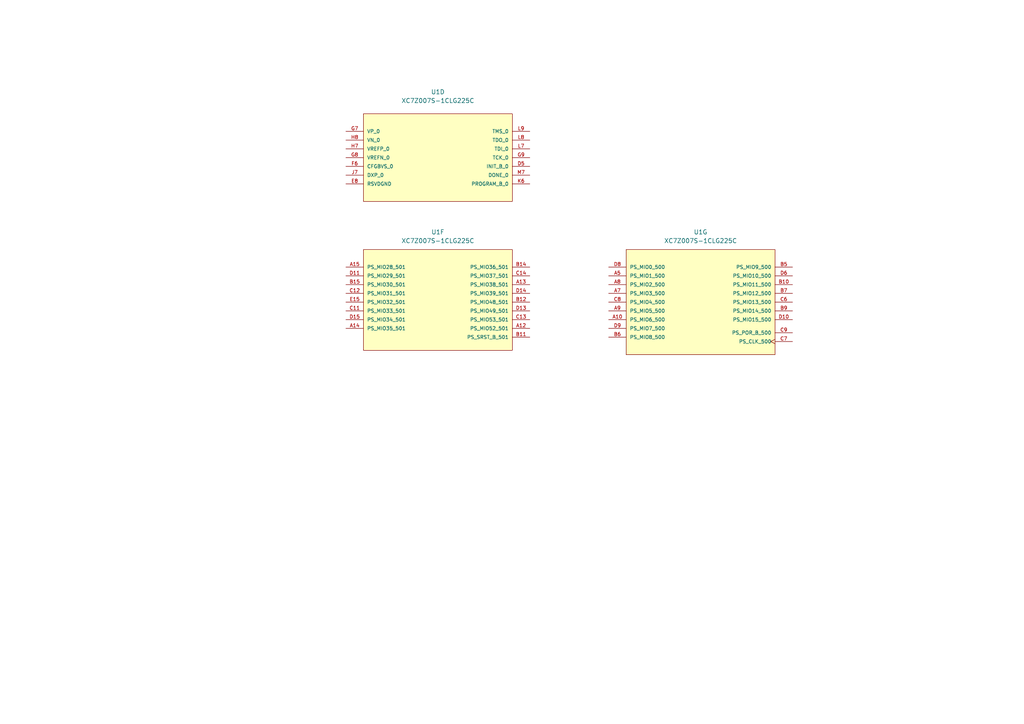
<source format=kicad_sch>
(kicad_sch (version 20231120) (generator "eeschema") (generator_version "8.0")
  (paper "A4")
  (lib_symbols
    (symbol "XC7Z007S-1CLG225C:XC7Z007S-1CLG225C" (pin_names (offset 1.016))
      (property "Reference" "U" (at -20.4724 32.4612 0))
      (property "Value" "XC7Z007S-1CLG225C" (at -10.16 -1.016 0))
      (symbol "XC7Z007S-1CLG225C_1_0"
        (rectangle (start -20.32 30.48) (end 22.86 -27.94) (stroke (width 0.1524)) (fill (type background)))
        (pin power_in line (at 27.94 25.4 180) (length 5.08) (name "VCCO_MIO0_500(1)") (number "A6"))
        (pin power_in line (at 27.94 20.32 180) (length 5.08) (name "VCCO_MIO1_501(1)") (number "B13"))
        (pin power_in line (at 27.94 -12.7 180) (length 5.08) (name "VCCO_DDR_502(1)") (number "B3"))
        (pin power_in line (at 27.94 17.78 180) (length 5.08) (name "VCCO_MIO1_501(2)") (number "C10"))
        (pin power_in line (at 27.94 22.86 180) (length 5.08) (name "VCCO_MIO0_500(2)") (number "D7"))
        (pin power_in line (at -25.4 25.4 0) (length 5.08) (name "VCCINT(1)") (number "E10"))
        (pin power_in line (at 27.94 15.24 180) (length 5.08) (name "VCCO_MIO1_501(3)") (number "E14"))
        (pin power_in line (at 27.94 -15.24 180) (length 5.08) (name "VCCO_DDR_502(2)") (number "E4"))
        (pin power_in line (at -25.4 -25.4 0) (length 5.08) (name "VCCBATT_0") (number "E6"))
        (pin power_in line (at 27.94 -17.78 180) (length 5.08) (name "VCCO_DDR_502(3)") (number "F1"))
        (pin power_in line (at 27.94 -5.08 180) (length 5.08) (name "VCCO_35(1)") (number "F11"))
        (pin power_in line (at -25.4 -7.62 0) (length 5.08) (name "VCCPLL") (number "F5"))
        (pin power_in line (at -25.4 -5.08 0) (length 5.08) (name "VCCADC_0") (number "F7"))
        (pin power_in line (at -25.4 22.86 0) (length 5.08) (name "VCCINT(2)") (number "F9"))
        (pin power_in line (at -25.4 20.32 0) (length 5.08) (name "VCCINT(3)") (number "G10"))
        (pin power_in line (at -25.4 2.54 0) (length 5.08) (name "RSVDVCC1") (number "G4"))
        (pin power_in line (at -25.4 17.78 0) (length 5.08) (name "VCCPINT(1)") (number "G6"))
        (pin power_in line (at 27.94 -7.62 180) (length 5.08) (name "VCCO_35(2)") (number "H15"))
        (pin power_in line (at -25.4 -2.54 0) (length 5.08) (name "RSVDVCC3") (number "H4"))
        (pin power_in line (at -25.4 15.24 0) (length 5.08) (name "VCCPINT(2)") (number "H5"))
        (pin power_in line (at -25.4 -12.7 0) (length 5.08) (name "VCCAUX(1)") (number "H9"))
        (pin power_in line (at -25.4 10.16 0) (length 5.08) (name "VCCINT(4)") (number "J10"))
        (pin power_in line (at 27.94 7.62 180) (length 5.08) (name "VCCO_34(1)") (number "J12"))
        (pin power_in line (at 27.94 -20.32 180) (length 5.08) (name "VCCO_DDR_502(4)") (number "J2"))
        (pin power_in line (at -25.4 0 0) (length 5.08) (name "RSVDVCC2") (number "J4"))
        (pin power_in line (at -25.4 -20.32 0) (length 5.08) (name "VCCPAUX(1)") (number "J6"))
        (pin power_in line (at -25.4 -15.24 0) (length 5.08) (name "VCCAUX(2)") (number "J8"))
        (pin power_in line (at -25.4 12.7 0) (length 5.08) (name "VCCPINT(3)") (number "K5"))
        (pin power_in line (at 27.94 12.7 180) (length 5.08) (name "VCCO_0") (number "K8"))
        (pin power_in line (at -25.4 -17.78 0) (length 5.08) (name "VCCAUX(3)") (number "K9"))
        (pin power_in line (at -25.4 7.62 0) (length 5.08) (name "VCCINT(5)") (number "L10"))
        (pin power_in line (at -25.4 -22.86 0) (length 5.08) (name "VCCPAUX(2)") (number "L6"))
        (pin power_in line (at 27.94 5.08 180) (length 5.08) (name "VCCO_34(2)") (number "M13"))
        (pin power_in line (at 27.94 -22.86 180) (length 5.08) (name "VCCO_DDR_502(5)") (number "M3"))
        (pin power_in line (at 27.94 2.54 180) (length 5.08) (name "VCCO_34(3)") (number "N10"))
        (pin power_in line (at 27.94 0 180) (length 5.08) (name "VCCO_34(4)") (number "P7"))
        (pin power_in line (at 27.94 -2.54 180) (length 5.08) (name "VCCO_34(5)") (number "R14"))
        (pin power_in line (at 27.94 -25.4 180) (length 5.08) (name "VCCO_DDR_502(6)") (number "R4"))
      )
      (symbol "XC7Z007S-1CLG225C_2_0"
        (rectangle (start -15.24 -20.32) (end 17.78 22.86) (stroke (width 0.1524)) (fill (type background)))
        (pin power_in line (at -20.32 20.32 0) (length 5.08) (name "GND(1)") (number "A1"))
        (pin power_in line (at -20.32 17.78 0) (length 5.08) (name "GND(2)") (number "A11"))
        (pin power_in line (at -20.32 15.24 0) (length 5.08) (name "GND(3)") (number "B8"))
        (pin power_in line (at -20.32 10.16 0) (length 5.08) (name "GND(5)") (number "C15"))
        (pin power_in line (at -20.32 12.7 0) (length 5.08) (name "GND(4)") (number "C5"))
        (pin power_in line (at -20.32 5.08 0) (length 5.08) (name "GND(7)") (number "D12"))
        (pin power_in line (at -20.32 7.62 0) (length 5.08) (name "GND(6)") (number "D2"))
        (pin power_in line (at -20.32 2.54 0) (length 5.08) (name "GND(8)") (number "E5"))
        (pin power_in line (at -20.32 0 0) (length 5.08) (name "GND(9)") (number "E7"))
        (pin power_in line (at -20.32 -2.54 0) (length 5.08) (name "GND(10)") (number "E9"))
        (pin power_in line (at -20.32 -5.08 0) (length 5.08) (name "GND(11)") (number "F10"))
        (pin power_in line (at 22.86 20.32 180) (length 5.08) (name "GNDADC_0") (number "F8"))
        (pin power_in line (at -20.32 -12.7 0) (length 5.08) (name "GND(14)") (number "G13"))
        (pin power_in line (at -20.32 -7.62 0) (length 5.08) (name "GND(12)") (number "G3"))
        (pin power_in line (at -20.32 -10.16 0) (length 5.08) (name "GND(13)") (number "G5"))
        (pin power_in line (at -20.32 -17.78 0) (length 5.08) (name "GND(16)") (number "H10"))
        (pin power_in line (at -20.32 -15.24 0) (length 5.08) (name "GND(15)") (number "H6"))
        (pin power_in line (at 22.86 -17.78 180) (length 5.08) (name "GND(17)") (number "J5"))
        (pin power_in line (at 22.86 -15.24 180) (length 5.08) (name "GND(18)") (number "J9"))
        (pin power_in line (at 22.86 -7.62 180) (length 5.08) (name "GND(21)") (number "K10"))
        (pin power_in line (at 22.86 -5.08 180) (length 5.08) (name "GND(22)") (number "K14"))
        (pin power_in line (at 22.86 -12.7 180) (length 5.08) (name "GND(19)") (number "K4"))
        (pin power_in line (at 22.86 -10.16 180) (length 5.08) (name "GND(20)") (number "K7"))
        (pin power_in line (at 22.86 -2.54 180) (length 5.08) (name "GND(23)") (number "L1"))
        (pin power_in line (at 22.86 2.54 180) (length 5.08) (name "GND(25)") (number "L11"))
        (pin power_in line (at 22.86 0 180) (length 5.08) (name "GND(24)") (number "L5"))
        (pin power_in line (at 22.86 5.08 180) (length 5.08) (name "GND(26)") (number "M8"))
        (pin power_in line (at 22.86 10.16 180) (length 5.08) (name "GND(28)") (number "N15"))
        (pin power_in line (at 22.86 7.62 180) (length 5.08) (name "GND(27)") (number "N5"))
        (pin power_in line (at 22.86 15.24 180) (length 5.08) (name "GND(30)") (number "P12"))
        (pin power_in line (at 22.86 12.7 180) (length 5.08) (name "GND(29)") (number "P2"))
        (pin power_in line (at 22.86 17.78 180) (length 5.08) (name "GND(31)") (number "R9"))
      )
      (symbol "XC7Z007S-1CLG225C_3_0"
        (rectangle (start -22.86 38.1) (end 27.94 -46.99) (stroke (width 0.1524)) (fill (type background)))
        (pin bidirectional line (at -27.94 6.35 0) (length 5.08) (name "PS_DDR_DQ1_502") (number "A2"))
        (pin bidirectional line (at -27.94 -8.89 0) (length 5.08) (name "PS_DDR_DQ7_502") (number "A3"))
        (pin bidirectional line (at -27.94 -3.81 0) (length 5.08) (name "PS_DDR_DQ5_502") (number "A4"))
        (pin bidirectional line (at -27.94 17.78 0) (length 5.08) (name "PS_DDR_DM0_502") (number "B1"))
        (pin bidirectional line (at -27.94 30.48 0) (length 5.08) (name "PS_DDR_DQS_N0_502") (number "B2"))
        (pin bidirectional line (at -27.94 -1.27 0) (length 5.08) (name "PS_DDR_DQ4_502") (number "B4"))
        (pin bidirectional line (at -27.94 1.27 0) (length 5.08) (name "PS_DDR_DQ3_502") (number "C1"))
        (pin bidirectional line (at -27.94 33.02 0) (length 5.08) (name "PS_DDR_DQS_P0_502") (number "C2"))
        (pin bidirectional line (at -27.94 -6.35 0) (length 5.08) (name "PS_DDR_DQ6_502") (number "C3"))
        (pin bidirectional line (at -27.94 3.81 0) (length 5.08) (name "PS_DDR_DQ2_502") (number "C4"))
        (pin bidirectional line (at -27.94 -13.97 0) (length 5.08) (name "PS_DDR_DQ9_502") (number "D1"))
        (pin bidirectional line (at -27.94 15.24 0) (length 5.08) (name "PS_DDR_DM1_502") (number "D3"))
        (pin bidirectional line (at -27.94 8.89 0) (length 5.08) (name "PS_DDR_DQ0_502") (number "D4"))
        (pin bidirectional line (at -27.94 -11.43 0) (length 5.08) (name "PS_DDR_DQ8_502") (number "E1"))
        (pin bidirectional line (at -27.94 -16.51 0) (length 5.08) (name "PS_DDR_DQ10_502") (number "E2"))
        (pin bidirectional line (at -27.94 -19.05 0) (length 5.08) (name "PS_DDR_DQ11_502") (number "E3"))
        (pin bidirectional line (at -27.94 25.4 0) (length 5.08) (name "PS_DDR_DQS_N1_502") (number "F2"))
        (pin bidirectional line (at -27.94 -21.59 0) (length 5.08) (name "PS_DDR_DQ12_502") (number "F3"))
        (pin bidirectional line (at -27.94 -35.56 0) (length 5.08) (name "PS_DDR_VREF0_502") (number "F4"))
        (pin bidirectional line (at -27.94 -24.13 0) (length 5.08) (name "PS_DDR_DQ13_502") (number "G1"))
        (pin bidirectional line (at -27.94 27.94 0) (length 5.08) (name "PS_DDR_DQS_P1_502") (number "G2"))
        (pin bidirectional line (at -27.94 -26.67 0) (length 5.08) (name "PS_DDR_DQ14_502") (number "H1"))
        (pin bidirectional line (at -27.94 -29.21 0) (length 5.08) (name "PS_DDR_DQ15_502") (number "H2"))
        (pin bidirectional line (at -27.94 -38.1 0) (length 5.08) (name "PS_DDR_VRP_502") (number "H3"))
        (pin bidirectional line (at 33.02 -15.24 180) (length 5.08) (name "PS_DDR_A10_502") (number "J1"))
        (pin bidirectional line (at -27.94 -40.64 0) (length 5.08) (name "PS_DDR_VRN_502") (number "J3"))
        (pin bidirectional line (at 33.02 -25.4 180) (length 5.08) (name "PS_DDR_A14_502") (number "K1"))
        (pin bidirectional line (at 33.02 -22.86 180) (length 5.08) (name "PS_DDR_A13_502") (number "K2"))
        (pin bidirectional line (at 33.02 -39.37 180) (length 5.08) (name "PS_DDR_ODT_502") (number "K3"))
        (pin bidirectional line (at 33.02 -17.78 180) (length 5.08) (name "PS_DDR_A11_502") (number "L2"))
        (pin bidirectional line (at 33.02 -30.48 180) (length 5.08) (name "PS_DDR_CKE_502") (number "L3"))
        (pin bidirectional line (at 33.02 -41.91 180) (length 5.08) (name "PS_DDR_DRST_B_502") (number "L4"))
        (pin bidirectional line (at 33.02 5.08 180) (length 5.08) (name "PS_DDR_A2_502") (number "M1"))
        (pin bidirectional line (at 33.02 -20.32 180) (length 5.08) (name "PS_DDR_A12_502") (number "M2"))
        (pin bidirectional line (at 33.02 2.54 180) (length 5.08) (name "PS_DDR_A3_502") (number "M4"))
        (pin bidirectional line (at 33.02 -7.62 180) (length 5.08) (name "PS_DDR_A7_502") (number "M5"))
        (pin bidirectional line (at 33.02 20.32 180) (length 5.08) (name "PS_DDR_BA0_502") (number "M6"))
        (pin bidirectional line (at 33.02 7.62 180) (length 5.08) (name "PS_DDR_A1_502") (number "N1"))
        (pin bidirectional line (at 33.02 -33.02 180) (length 5.08) (name "PS_DDR_CKN_502") (number "N2"))
        (pin bidirectional line (at 33.02 -35.56 180) (length 5.08) (name "PS_DDR_CKP_502") (number "N3"))
        (pin bidirectional line (at 33.02 -12.7 180) (length 5.08) (name "PS_DDR_A9_502") (number "N4"))
        (pin bidirectional line (at 33.02 15.24 180) (length 5.08) (name "PS_DDR_BA2_502") (number "N6"))
        (pin bidirectional line (at 33.02 10.16 180) (length 5.08) (name "PS_DDR_A0_502") (number "P1"))
        (pin bidirectional line (at 33.02 0 180) (length 5.08) (name "PS_DDR_A4_502") (number "P3"))
        (pin bidirectional line (at 33.02 -2.54 180) (length 5.08) (name "PS_DDR_A5_502") (number "P4"))
        (pin bidirectional line (at 33.02 -5.08 180) (length 5.08) (name "PS_DDR_A6_502") (number "P5"))
        (pin bidirectional line (at 33.02 -10.16 180) (length 5.08) (name "PS_DDR_A8_502") (number "P6"))
        (pin bidirectional line (at 33.02 17.78 180) (length 5.08) (name "PS_DDR_BA1_502") (number "R1"))
        (pin bidirectional line (at 33.02 25.4 180) (length 5.08) (name "PS_DDR_CS_B_502") (number "R2"))
        (pin bidirectional line (at 33.02 27.94 180) (length 5.08) (name "PS_DDR_WE_B_502") (number "R3"))
        (pin bidirectional line (at 33.02 30.48 180) (length 5.08) (name "PS_DDR_CAS_B_502") (number "R5"))
        (pin bidirectional line (at 33.02 33.02 180) (length 5.08) (name "PS_DDR_RAS_B_502") (number "R6"))
      )
      (symbol "XC7Z007S-1CLG225C_4_0"
        (rectangle (start -22.86 34.29) (end 20.32 8.89) (stroke (width 0.1524)) (fill (type background)))
        (pin bidirectional line (at 25.4 19.05 180) (length 5.08) (name "INIT_B_0") (number "D5"))
        (pin bidirectional line (at -27.94 13.97 0) (length 5.08) (name "RSVDGND") (number "E8"))
        (pin bidirectional line (at -27.94 19.05 0) (length 5.08) (name "CFGBVS_0") (number "F6"))
        (pin bidirectional line (at -27.94 29.21 0) (length 5.08) (name "VP_0") (number "G7"))
        (pin bidirectional line (at -27.94 21.59 0) (length 5.08) (name "VREFN_0") (number "G8"))
        (pin bidirectional line (at 25.4 21.59 180) (length 5.08) (name "TCK_0") (number "G9"))
        (pin bidirectional line (at -27.94 24.13 0) (length 5.08) (name "VREFP_0") (number "H7"))
        (pin bidirectional line (at -27.94 26.67 0) (length 5.08) (name "VN_0") (number "H8"))
        (pin bidirectional line (at -27.94 16.51 0) (length 5.08) (name "DXP_0") (number "J7"))
        (pin bidirectional line (at 25.4 13.97 180) (length 5.08) (name "PROGRAM_B_0") (number "K6"))
        (pin bidirectional line (at 25.4 24.13 180) (length 5.08) (name "TDI_0") (number "L7"))
        (pin bidirectional line (at 25.4 26.67 180) (length 5.08) (name "TDO_0") (number "L8"))
        (pin bidirectional line (at 25.4 29.21 180) (length 5.08) (name "TMS_0") (number "L9"))
        (pin bidirectional line (at 25.4 16.51 180) (length 5.08) (name "DONE_0") (number "M7"))
      )
      (symbol "XC7Z007S-1CLG225C_5_0"
        (rectangle (start -25.4 -40.64) (end 25.4 35.56) (stroke (width 0.1524)) (fill (type background)))
        (pin bidirectional line (at -30.48 30.48 0) (length 5.08) (name "IO_L2P_T0_AD8P_35") (number "E11"))
        (pin bidirectional line (at -30.48 27.94 0) (length 5.08) (name "IO_L2N_T0_AD8N_35") (number "E12"))
        (pin bidirectional line (at -30.48 25.4 0) (length 5.08) (name "IO_L1N_T0_AD0N_35") (number "E13"))
        (pin bidirectional line (at -30.48 22.86 0) (length 5.08) (name "IO_L1P_T0_AD0P_35") (number "F12"))
        (pin bidirectional line (at -30.48 20.32 0) (length 5.08) (name "IO_L3P_T0_DQS_AD1P_35") (number "F13"))
        (pin bidirectional line (at -30.48 17.78 0) (length 5.08) (name "IO_L3N_T0_DQS_AD1N_35") (number "F14"))
        (pin bidirectional line (at -30.48 15.24 0) (length 5.08) (name "IO_L5N_T0_AD9N_35") (number "F15"))
        (pin bidirectional line (at -30.48 5.08 0) (length 5.08) (name "IO_L1P_T0_34") (number "G11"))
        (pin bidirectional line (at -30.48 2.54 0) (length 5.08) (name "IO_L2P_T0_34") (number "G12"))
        (pin bidirectional line (at -30.48 7.62 0) (length 5.08) (name "IO_L3P_T0_DQS_PUDC_B_34") (number "G14"))
        (pin bidirectional line (at -30.48 12.7 0) (length 5.08) (name "IO_L5P_T0_AD9P_35") (number "G15"))
        (pin bidirectional line (at 30.48 30.48 180) (length 5.08) (name "IO_L6P_T0_34") (number "H11"))
        (pin bidirectional line (at 30.48 27.94 180) (length 5.08) (name "IO_L1N_T0_34") (number "H12"))
        (pin bidirectional line (at 30.48 25.4 180) (length 5.08) (name "IO_L2N_T0_34") (number "H13"))
        (pin bidirectional line (at 30.48 22.86 180) (length 5.08) (name "IO_L3N_T0_DQS_34") (number "H14"))
        (pin bidirectional line (at 30.48 20.32 180) (length 5.08) (name "IO_L6N_T0_VREF_34") (number "J11"))
        (pin bidirectional line (at 30.48 17.78 180) (length 5.08) (name "IO_L5P_T0_34") (number "J13"))
        (pin bidirectional line (at 30.48 15.24 180) (length 5.08) (name "IO_L5N_T0_34") (number "J14"))
        (pin bidirectional line (at 30.48 12.7 180) (length 5.08) (name "IO_L4P_T0_34") (number "J15"))
        (pin bidirectional line (at 30.48 10.16 180) (length 5.08) (name "IO_L11P_T1_SRCC_34") (number "K11"))
        (pin bidirectional line (at 30.48 7.62 180) (length 5.08) (name "IO_L11N_T1_SRCC_34") (number "K12"))
        (pin bidirectional line (at 30.48 5.08 180) (length 5.08) (name "IO_L10P_T1_34") (number "K13"))
        (pin bidirectional line (at 30.48 2.54 180) (length 5.08) (name "IO_L4N_T0_34") (number "K15"))
        (pin bidirectional line (at -30.48 0 0) (length 5.08) (name "IO_L12P_T1_MRCC_34") (number "L12"))
        (pin bidirectional line (at -30.48 -2.54 0) (length 5.08) (name "IO_L10N_T1_34") (number "L13"))
        (pin bidirectional line (at 30.48 -2.54 180) (length 5.08) (name "IO_L9P_T1_DQS_34") (number "L14"))
        (pin bidirectional line (at 30.48 0 180) (length 5.08) (name "IO_L8P_T1_34") (number "L15"))
        (pin bidirectional line (at -30.48 -5.08 0) (length 5.08) (name "IO_L21P_T3_DQS_34") (number "M10"))
        (pin bidirectional line (at 30.48 -7.62 180) (length 5.08) (name "IO_L21N_T3_DQS_34") (number "M11"))
        (pin bidirectional line (at -30.48 -7.62 0) (length 5.08) (name "IO_L12N_T1_MRCC_34") (number "M12"))
        (pin bidirectional line (at 30.48 -10.16 180) (length 5.08) (name "IO_L9N_T1_DQS_34") (number "M14"))
        (pin bidirectional line (at -30.48 -10.16 0) (length 5.08) (name "IO_L8N_T1_34") (number "M15"))
        (pin bidirectional line (at 30.48 -5.08 180) (length 5.08) (name "IO_L19P_T3_34") (number "M9"))
        (pin bidirectional line (at -30.48 -20.32 0) (length 5.08) (name "IO_L13P_T2_MRCC_34") (number "N11"))
        (pin bidirectional line (at -30.48 -17.78 0) (length 5.08) (name "IO_L13N_T2_MRCC_34") (number "N12"))
        (pin bidirectional line (at -30.48 -15.24 0) (length 5.08) (name "IO_L7P_T1_34") (number "N13"))
        (pin bidirectional line (at -30.48 -12.7 0) (length 5.08) (name "IO_L7N_T1_34") (number "N14"))
        (pin bidirectional line (at -30.48 -27.94 0) (length 5.08) (name "IO_L22P_T3_34") (number "N7"))
        (pin bidirectional line (at -30.48 -25.4 0) (length 5.08) (name "IO_L22N_T3_34") (number "N8"))
        (pin bidirectional line (at -30.48 -22.86 0) (length 5.08) (name "IO_L19N_T3_VREF_34") (number "N9"))
        (pin bidirectional line (at 30.48 -20.32 180) (length 5.08) (name "IO_L24P_T3_34") (number "P10"))
        (pin bidirectional line (at 30.48 -22.86 180) (length 5.08) (name "IO_L16P_T2_34") (number "P11"))
        (pin bidirectional line (at 30.48 -25.4 180) (length 5.08) (name "IO_L18P_T2_34") (number "P13"))
        (pin bidirectional line (at 30.48 -27.94 180) (length 5.08) (name "IO_L18N_T2_34") (number "P14"))
        (pin bidirectional line (at 30.48 -12.7 180) (length 5.08) (name "IO_L15P_T2_DQS_34") (number "P15"))
        (pin bidirectional line (at 30.48 -15.24 180) (length 5.08) (name "IO_L23P_T3_34") (number "P8"))
        (pin bidirectional line (at 30.48 -17.78 180) (length 5.08) (name "IO_L23N_T3_34") (number "P9"))
        (pin bidirectional line (at 30.48 -35.56 180) (length 5.08) (name "IO_L24N_T3_34") (number "R10"))
        (pin bidirectional line (at 30.48 -33.02 180) (length 5.08) (name "IO_L16N_T2_34") (number "R11"))
        (pin bidirectional line (at -30.48 -33.02 0) (length 5.08) (name "IO_L17P_T2_34") (number "R12"))
        (pin bidirectional line (at -30.48 -35.56 0) (length 5.08) (name "IO_L17N_T2_34") (number "R13"))
        (pin bidirectional line (at -30.48 10.16 0) (length 5.08) (name "IO_L15N_T2_DQS_34") (number "R15"))
        (pin bidirectional line (at -30.48 -30.48 0) (length 5.08) (name "IO_L20P_T3_34") (number "R7"))
        (pin bidirectional line (at 30.48 -30.48 180) (length 5.08) (name "IO_L20N_T3_34") (number "R8"))
      )
      (symbol "XC7Z007S-1CLG225C_6_0"
        (rectangle (start -20.32 30.48) (end 22.86 1.27) (stroke (width 0.1524)) (fill (type background)))
        (pin bidirectional line (at 27.94 7.62 180) (length 5.08) (name "PS_MIO52_501") (number "A12"))
        (pin bidirectional line (at 27.94 20.32 180) (length 5.08) (name "PS_MIO38_501") (number "A13"))
        (pin bidirectional line (at -25.4 7.62 0) (length 5.08) (name "PS_MIO35_501") (number "A14"))
        (pin bidirectional line (at -25.4 25.4 0) (length 5.08) (name "PS_MIO28_501") (number "A15"))
        (pin bidirectional line (at 27.94 5.08 180) (length 5.08) (name "PS_SRST_B_501") (number "B11"))
        (pin bidirectional line (at 27.94 15.24 180) (length 5.08) (name "PS_MIO48_501") (number "B12"))
        (pin bidirectional line (at 27.94 25.4 180) (length 5.08) (name "PS_MIO36_501") (number "B14"))
        (pin bidirectional line (at -25.4 20.32 0) (length 5.08) (name "PS_MIO30_501") (number "B15"))
        (pin bidirectional line (at -25.4 12.7 0) (length 5.08) (name "PS_MIO33_501") (number "C11"))
        (pin bidirectional line (at -25.4 17.78 0) (length 5.08) (name "PS_MIO31_501") (number "C12"))
        (pin bidirectional line (at 27.94 10.16 180) (length 5.08) (name "PS_MIO53_501") (number "C13"))
        (pin bidirectional line (at 27.94 22.86 180) (length 5.08) (name "PS_MIO37_501") (number "C14"))
        (pin bidirectional line (at -25.4 22.86 0) (length 5.08) (name "PS_MIO29_501") (number "D11"))
        (pin bidirectional line (at 27.94 12.7 180) (length 5.08) (name "PS_MIO49_501") (number "D13"))
        (pin bidirectional line (at 27.94 17.78 180) (length 5.08) (name "PS_MIO39_501") (number "D14"))
        (pin bidirectional line (at -25.4 10.16 0) (length 5.08) (name "PS_MIO34_501") (number "D15"))
        (pin bidirectional line (at -25.4 15.24 0) (length 5.08) (name "PS_MIO32_501") (number "E15"))
      )
      (symbol "XC7Z007S-1CLG225C_7_0"
        (rectangle (start -20.32 30.48) (end 22.86 0) (stroke (width 0.1524)) (fill (type background)))
        (pin bidirectional line (at -25.4 10.16 0) (length 5.08) (name "PS_MIO6_500") (number "A10"))
        (pin bidirectional line (at -25.4 22.86 0) (length 5.08) (name "PS_MIO1_500") (number "A5"))
        (pin bidirectional line (at -25.4 17.78 0) (length 5.08) (name "PS_MIO3_500") (number "A7"))
        (pin bidirectional line (at -25.4 20.32 0) (length 5.08) (name "PS_MIO2_500") (number "A8"))
        (pin bidirectional line (at -25.4 12.7 0) (length 5.08) (name "PS_MIO5_500") (number "A9"))
        (pin bidirectional line (at 27.94 20.32 180) (length 5.08) (name "PS_MIO11_500") (number "B10"))
        (pin bidirectional line (at 27.94 25.4 180) (length 5.08) (name "PS_MIO9_500") (number "B5"))
        (pin bidirectional line (at -25.4 5.08 0) (length 5.08) (name "PS_MIO8_500") (number "B6"))
        (pin bidirectional line (at 27.94 17.78 180) (length 5.08) (name "PS_MIO12_500") (number "B7"))
        (pin bidirectional line (at 27.94 12.7 180) (length 5.08) (name "PS_MIO14_500") (number "B9"))
        (pin bidirectional line (at 27.94 15.24 180) (length 5.08) (name "PS_MIO13_500") (number "C6"))
        (pin bidirectional clock (at 27.94 3.81 180) (length 5.08) (name "PS_CLK_500") (number "C7"))
        (pin bidirectional line (at -25.4 15.24 0) (length 5.08) (name "PS_MIO4_500") (number "C8"))
        (pin bidirectional line (at 27.94 6.35 180) (length 5.08) (name "PS_POR_B_500") (number "C9"))
        (pin bidirectional line (at 27.94 10.16 180) (length 5.08) (name "PS_MIO15_500") (number "D10"))
        (pin bidirectional line (at 27.94 22.86 180) (length 5.08) (name "PS_MIO10_500") (number "D6"))
        (pin bidirectional line (at -25.4 25.4 0) (length 5.08) (name "PS_MIO0_500") (number "D8"))
        (pin bidirectional line (at -25.4 7.62 0) (length 5.08) (name "PS_MIO7_500") (number "D9"))
      )
    )
  )
  (symbol (lib_id "XC7Z007S-1CLG225C:XC7Z007S-1CLG225C") (at 201.93 102.87 0) (unit 7)
    (property "Reference" "U1" (at 203.2 67.31 0))
    (property "Value" "XC7Z007S-1CLG225C" (at 203.2 69.85 0))
    (property "Footprint" "BGA225C80P15X15_1300X1300X150" (effects (hide yes)))
    (property "Description" "FPGA Zynq-7000 Family 23000 Cells 667MHz 28nm 1V 225-Pin WCBGA Tray" (effects (hide yes)))
    (property "MF" "Xilinx Inc." (effects (hide yes)))
    (property "PACKAGE" "CSPBGA-225 Xilinx" (effects (hide yes)))
    (property "PRICE" "42.41 USD" (effects (hide yes)))
    (property "Package" "CSPBGA-225 Xilinx" (effects (hide yes)))
    (property "Check_prices" "https://www.snapeda.com/parts/XC7Z007S-1CLG225C/Xilinx/view-part/?ref=eda" (effects (hide yes)))
    (property "Price" "None" (effects (hide yes)))
    (property "SnapEDA_Link" "https://www.snapeda.com/parts/XC7Z007S-1CLG225C/Xilinx/view-part/?ref=snap" (effects (hide yes)))
    (property "MP" "XC7Z007S-1CLG225C" (effects (hide yes)))
    (property "Description_1" "\\n                        \\n                            Single ARM® Cortex®-A9 MPCore™ with CoreSight™ System On Chip (SOC) IC Zynq®-7000 Artix™-7 FPGA, 23K Logic Cells   667MHz 225-CSPBGA (13x13)\\n                        \\n" (effects (hide yes)))
    (property "Availability" "In Stock" (effects (hide yes)))
    (property "AVAILABILITY" "Bad" (effects (hide yes)))
    (property "MANUFACTURER" "Xilinx" (effects (hide yes)))
  )
  (symbol (lib_id "XC7Z007S-1CLG225C:XC7Z007S-1CLG225C") (at 125.73 102.87 0) (unit 6)
    (property "Reference" "U1" (at 127 67.31 0))
    (property "Value" "XC7Z007S-1CLG225C" (at 127 69.85 0))
    (property "Footprint" "BGA225C80P15X15_1300X1300X150" (effects (hide yes)))
    (property "Description" "FPGA Zynq-7000 Family 23000 Cells 667MHz 28nm 1V 225-Pin WCBGA Tray" (effects (hide yes)))
    (property "MF" "Xilinx Inc." (effects (hide yes)))
    (property "PACKAGE" "CSPBGA-225 Xilinx" (effects (hide yes)))
    (property "PRICE" "42.41 USD" (effects (hide yes)))
    (property "Package" "CSPBGA-225 Xilinx" (effects (hide yes)))
    (property "Check_prices" "https://www.snapeda.com/parts/XC7Z007S-1CLG225C/Xilinx/view-part/?ref=eda" (effects (hide yes)))
    (property "Price" "None" (effects (hide yes)))
    (property "SnapEDA_Link" "https://www.snapeda.com/parts/XC7Z007S-1CLG225C/Xilinx/view-part/?ref=snap" (effects (hide yes)))
    (property "MP" "XC7Z007S-1CLG225C" (effects (hide yes)))
    (property "Description_1" "\\n                        \\n                            Single ARM® Cortex®-A9 MPCore™ with CoreSight™ System On Chip (SOC) IC Zynq®-7000 Artix™-7 FPGA, 23K Logic Cells   667MHz 225-CSPBGA (13x13)\\n                        \\n" (effects (hide yes)))
    (property "Availability" "In Stock" (effects (hide yes)))
    (property "AVAILABILITY" "Bad" (effects (hide yes)))
    (property "MANUFACTURER" "Xilinx" (effects (hide yes)))
  )
  (symbol (lib_id "XC7Z007S-1CLG225C:XC7Z007S-1CLG225C") (at 128.27 67.31 0) (unit 4)
    (property "Reference" "U1" (at 127 26.67 0))
    (property "Value" "XC7Z007S-1CLG225C" (at 127 29.21 0))
    (property "Footprint" "BGA225C80P15X15_1300X1300X150" (effects (hide yes)))
    (property "Description" "FPGA Zynq-7000 Family 23000 Cells 667MHz 28nm 1V 225-Pin WCBGA Tray" (effects (hide yes)))
    (property "MF" "Xilinx Inc." (effects (hide yes)))
    (property "DESCRIPTION" "FPGA Zynq-7000 Family 23000 Cells 667MHz 28nm 1V 225-Pin WCBGA Tray" (effects (hide yes)))
    (property "PACKAGE" "CSPBGA-225 Xilinx" (effects (hide yes)))
    (property "PRICE" "42.41 USD" (effects (hide yes)))
    (property "Package" "CSPBGA-225 Xilinx" (effects (hide yes)))
    (property "Check_prices" "https://www.snapeda.com/parts/XC7Z007S-1CLG225C/Xilinx/view-part/?ref=eda" (effects (hide yes)))
    (property "Price" "None" (effects (hide yes)))
    (property "SnapEDA_Link" "https://www.snapeda.com/parts/XC7Z007S-1CLG225C/Xilinx/view-part/?ref=snap" (effects (hide yes)))
    (property "MP" "XC7Z007S-1CLG225C" (effects (hide yes)))
    (property "Description_1" "\\n                        \\n                            Single ARM® Cortex®-A9 MPCore™ with CoreSight™ System On Chip (SOC) IC Zynq®-7000 Artix™-7 FPGA, 23K Logic Cells   667MHz 225-CSPBGA (13x13)\\n                        \\n" (effects (hide yes)))
    (property "Availability" "In Stock" (effects (hide yes)))
    (property "AVAILABILITY" "Bad" (effects (hide yes)))
    (property "MANUFACTURER" "Xilinx" (effects (hide yes)))
  )
)
</source>
